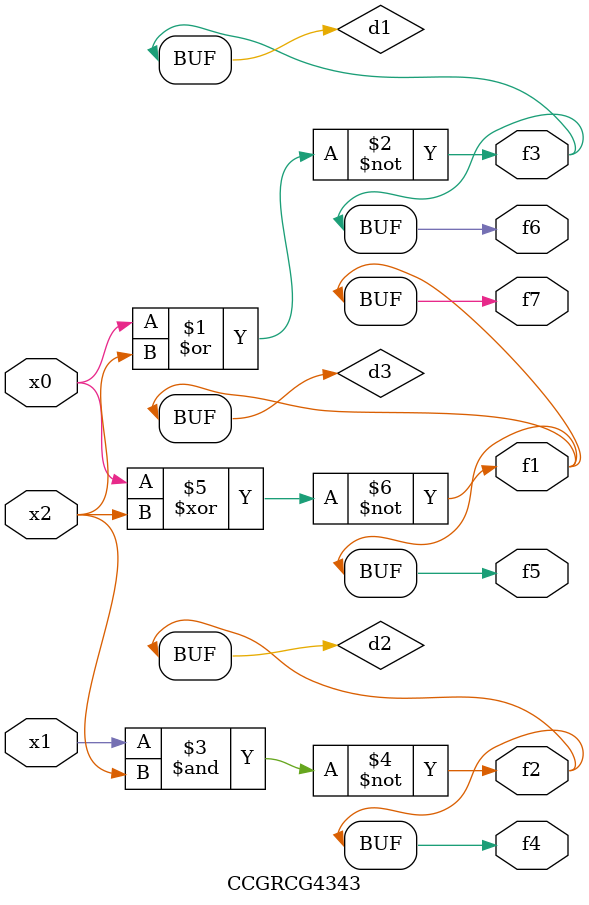
<source format=v>
module CCGRCG4343(
	input x0, x1, x2,
	output f1, f2, f3, f4, f5, f6, f7
);

	wire d1, d2, d3;

	nor (d1, x0, x2);
	nand (d2, x1, x2);
	xnor (d3, x0, x2);
	assign f1 = d3;
	assign f2 = d2;
	assign f3 = d1;
	assign f4 = d2;
	assign f5 = d3;
	assign f6 = d1;
	assign f7 = d3;
endmodule

</source>
